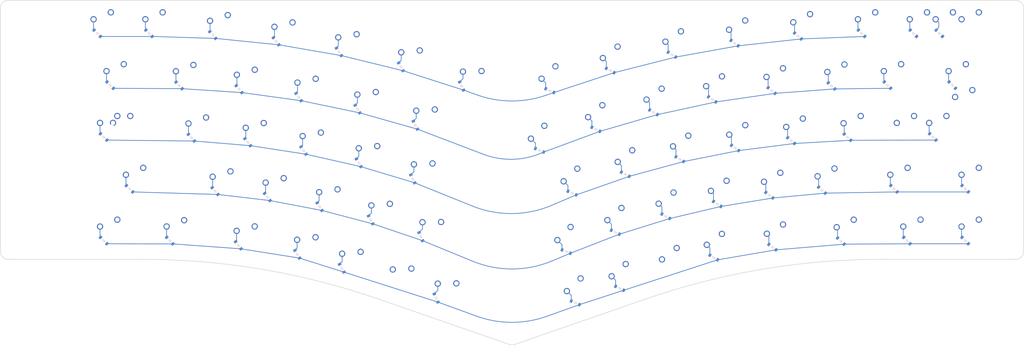
<source format=kicad_pcb>
(kicad_pcb (version 20221018) (generator pcbnew)
  (layers (0 "F.Cu" signal) (31 "B.Cu" signal) (34 "B.Paste" user) (35 "F.Paste" user) (36 "B.SilkS" user "B.Silkscreen") (37 "F.SilkS" user "F.Silkscreen") (38 "B.Mask" user) (39 "F.Mask" user) (44 "Edge.Cuts" user))
  (net 0 "")
  (net 1 "Net-(D1-A)")
  (net 2 "Net-(D2-A)")
  (net 3 "Net-(D3-A)")
  (net 4 "Net-(D4-A)")
  (net 5 "Net-(D5-A)")
  (net 6 "Net-(D6-A)")
  (net 7 "Net-(D7-A)")
  (net 8 "Net-(D8-A)")
  (net 9 "Net-(D9-A)")
  (net 10 "Net-(D10-A)")
  (net 11 "Net-(D11-A)")
  (net 12 "Net-(D12-A)")
  (net 13 "Net-(D13-A)")
  (net 14 "Net-(D14-A)")
  (net 15 "Net-(D16-A)")
  (net 16 "Net-(D17-A)")
  (net 17 "Net-(D18-A)")
  (net 18 "Net-(D19-A)")
  (net 19 "Net-(D20-A)")
  (net 20 "Net-(D21-A)")
  (net 21 "Net-(D22-A)")
  (net 22 "Net-(D23-A)")
  (net 23 "Net-(D24-A)")
  (net 24 "Net-(D25-A)")
  (net 25 "Net-(D26-A)")
  (net 26 "Net-(D27-A)")
  (net 27 "Net-(D28-A)")
  (net 28 "Net-(D29-A)")
  (net 29 "Net-(D30-A)")
  (net 30 "Net-(D31-A)")
  (net 31 "Net-(D32-A)")
  (net 32 "Net-(D33-A)")
  (net 33 "Net-(D34-A)")
  (net 34 "Net-(D35-A)")
  (net 35 "Net-(D36-A)")
  (net 36 "Net-(D37-A)")
  (net 37 "Net-(D38-A)")
  (net 38 "Net-(D39-A)")
  (net 39 "Net-(D40-A)")
  (net 40 "Net-(D41-A)")
  (net 41 "Net-(D42-A)")
  (net 42 "Net-(D43-A)")
  (net 43 "Net-(D45-A)")
  (net 44 "Net-(D47-A)")
  (net 45 "Net-(D48-A)")
  (net 46 "Net-(D49-A)")
  (net 47 "Net-(D50-A)")
  (net 48 "Net-(D51-A)")
  (net 49 "Net-(D52-A)")
  (net 50 "Net-(D53-A)")
  (net 51 "Net-(D54-A)")
  (net 52 "Net-(D55-A)")
  (net 53 "Net-(D56-A)")
  (net 54 "Net-(D57-A)")
  (net 55 "Net-(D58-A)")
  (net 56 "Net-(D59-A)")
  (net 57 "Net-(D60-A)")
  (net 58 "Net-(D61-A)")
  (net 59 "Net-(D62-A)")
  (net 60 "Net-(D63-A)")
  (net 61 "Net-(D64-A)")
  (net 62 "Net-(D65-A)")
  (net 63 "Net-(D67-A)")
  (net 64 "Net-(D68-A)")
  (net 65 "Net-(D69-A)")
  (net 66 "Net-(D71-A)")
  (net 67 "Net-(D72-A)")
  (net 68 "Net-(D73-A)")
  (net 69 "Net-(D74-A)")
  (net 70 "Net-(D75-A)")
  (net 72 "Net-(D1-K)")
  (net 73 "Net-(D16-K)")
  (net 74 "Net-(D30-K)")
  (net 75 "Net-(D47-K)")
  (net 76 "Net-(D61-K)")
  (net 82 "Net-(D70-A)")
  (net 83 "Net-(D66-A)")
  (net 84 "Net-(D46-A)")
  (net 85 "Net-(D44-A)")
  (net 86 "Net-(D15-A)")
  (footprint "marbastlib-mx:SW_MX_1u" (layer "F.Cu") (at 357.187499 85.725)
    (fp_text reference "MX75" hide)
    (fp_text value "MX_SW_solder" hide)
  )
  (footprint "marbastlib-mx:SW_MX_1u" (layer "F.Cu") (at 284.843737 68.769438 7)
    (fp_text reference "MX57" hide)
    (fp_text value "MX_SW_solder" hide)
  )
  (footprint "marbastlib-mx:SW_MX_1u" (layer "F.Cu") (at 328.612499 28.575)
    (fp_text reference "MX28" hide)
    (fp_text value "MX_SW_solder" hide)
  )
  (footprint "marbastlib-mx:SW_MX_1u" (layer "F.Cu") (at 134.805418 57.84853 -15)
    (fp_text reference "MX35" hide)
    (fp_text value "MX_SW_solder" hide)
  )
  (footprint "marbastlib-mx:SW_MX_1u" (layer "F.Cu") (at 225.884173 22.623873 16)
    (fp_text reference "MX9" hide)
    (fp_text value "MX_SW_solder" hide)
  )
  (footprint "marbastlib-mx:SW_MX_1u" (layer "F.Cu") (at 38.099999 9.525)
    (fp_text reference "MX1" hide)
    (fp_text value "MX_SW_solder" hide)
  )
  (footprint "marbastlib-mx:SW_MX_1u" (layer "F.Cu") (at 134.344252 38.053262 -14)
    (fp_text reference "MX20" hide)
    (fp_text value "MX_SW_solder" hide)
  )
  (footprint "marbastlib-mx:SW_MX_1u" (layer "F.Cu") (at 50.006249 66.675)
    (fp_text reference "MX47" hide)
    (fp_text value "MX_SW_solder" hide)
  )
  (footprint "marbastlib-mx:SW_MX_1u" (layer "F.Cu") (at 247.608085 96.656344 16)
    (fp_text reference "MX70" hide)
    (fp_text value "MX_SW_solder" hide)
  )
  (footprint "marbastlib-mx:SW_MX_1u" (layer "F.Cu") (at 229.165759 102.601905 19)
    (fp_text reference "MX69" hide)
    (fp_text value "MX_SW_solder" hide)
  )
  (footprint "marbastlib-mx:SW_MX_1u" (layer "F.Cu") (at 338.137499 9.525)
    (fp_text reference "MX29" hide)
    (fp_text value "MX_SW_solder" hide)
  )
  (footprint "marbastlib-mx:SW_MX_1u" (layer "F.Cu") (at 313.851123 47.670697 1)
    (fp_text reference "MX42" hide)
    (fp_text value "MX_SW_solder" hide)
  )
  (footprint "marbastlib-mx:SW_MX_1u" (layer "F.Cu") (at 272.151293 51.31896 9)
    (fp_text reference "MX40" hide)
    (fp_text value "MX_SW_solder" hide)
  )
  (footprint "marbastlib-mx:SW_MX_1u" (layer "F.Cu") (at 112.558962 33.422656 -10)
    (fp_text reference "MX19" hide)
    (fp_text value "MX_SW_solder" hide)
  )
  (footprint "marbastlib-mx:SW_MX_1u" (layer "F.Cu") (at 352.424999 28.575)
    (fp_text reference "MX45" hide)
    (fp_text value "MX_SW_solder" hide)
  )
  (footprint "marbastlib-mx:SW_MX_1u" (layer "F.Cu") (at 246.362583 76.249417 15)
    (fp_text reference "MX55" hide)
    (fp_text value "MX_SW_solder" hide)
  )
  (footprint "marbastlib-mx:SW_MX_1u" (layer "F.Cu") (at 335.756249 85.725)
    (fp_text reference "MX74" hide)
    (fp_text value "MX_SW_solder" hide)
  )
  (footprint "marbastlib-mx:SW_MX_1u" (layer "F.Cu") (at 127.452738 16.914116 -12)
    (fp_text reference "MX5" hide)
    (fp_text value "MX_SW_solder" hide)
  )
  (footprint "marbastlib-mx:SW_MX_1u" (layer "F.Cu") (at 330.993749 66.675)
    (fp_text reference "MX59" hide)
    (fp_text value "MX_SW_solder" hide)
  )
  (footprint "marbastlib-mx:SW_MX_1u" (layer "F.Cu") (at 295.500219 10.348686 4)
    (fp_text reference "MX12" hide)
    (fp_text value "MX_SW_solder" hide)
  )
  (footprint "marbastlib-mx:SW_MX_1u" (layer "F.Cu") (at 304.381749 67.060084 3)
    (fp_text reference "MX58" hide)
    (fp_text value "MX_SW_solder" hide)
  )
  (footprint "marbastlib-mx:SW_MX_1u" (layer "F.Cu") (at 347.662499 9.525)
    (fp_text reference "MX14" hide)
    (fp_text value "MX_SW_solder" hide)
  )
  (footprint "marbastlib-mx:SW_MX_1u" (layer "F.Cu") (at 45.243749 47.625)
    (fp_text reference "MX31" hide)
    (fp_text value "MX_SW_solder" hide)
  )
  (footprint "marbastlib-mx:SW_MX_1u" (layer "F.Cu") (at 357.187499 9.525)
    (fp_text reference "MX15" hide)
    (fp_text value "MX_SW_solder" hide)
  )
  (footprint "marbastlib-mx:SW_MX_1u" (layer "F.Cu") (at 128.629413 96.656344 -16)
    (fp_text reference "MX65" hide)
    (fp_text value "MX_SW_solder" hide)
  )
  (footprint "marbastlib-mx:SW_MX_1u" (layer "F.Cu") (at 147.071739 102.601905 -19)
    (fp_text reference "MX66" hide)
    (fp_text value "MX_SW_solder" hide)
  )
  (footprint "marbastlib-mx:SW_MX_1u" (layer "F.Cu") (at 157.846913 85.33807 -21)
    (fp_text reference "MX52" hide)
    (fp_text value "MX_SW_solder" hide)
  )
  (footprint "marbastlib-mx:SW_MX_1u" (layer "F.Cu") (at 42.862499 28.575)
    (fp_text reference "MX16" hide)
    (fp_text value "MX_SW_solder" hide)
  )
  (footprint "marbastlib-mx:SW_MX_1u" (layer "F.Cu") (at 90.303347 87.810189 -8)
    (fp_text reference "MX63" hide)
    (fp_text value "MX_SW_solder" hide)
  )
  (footprint "marbastlib-mx:SW_MX_1u" (layer "F.Cu") (at 251.593747 55.314942 13)
    (fp_text reference "MX39" hide)
    (fp_text value "MX_SW_solder" hide)
  )
  (footprint "marbastlib-mx:SW_MX_1u" (layer "F.Cu") (at 150.353325 22.623873 -16)
    (fp_text reference "MX6" hide)
    (fp_text value "MX_SW_solder" hide)
  )
  (footprint "marbastlib-mx:SW_MX_1u" (layer "F.Cu") (at 57.149999 9.525)
    (fp_text reference "MX2" hide)
    (fp_text value "MX_SW_solder" hide)
  )
  (footprint "marbastlib-mx:SW_MX_1u" (layer "F.Cu") (at 264.036943 91.431788 14)
    (fp_text reference "MX71" hide)
    (fp_text value "MX_SW_solder" hide)
  )
  (footprint "marbastlib-mx:SW_MX_1u" (layer "F.Cu") (at 220.484039 44.192254 18)
    (fp_text reference "MX23" hide)
    (fp_text value "MX_SW_solder" hide)
  )
  (footprint "marbastlib-mx:SW_MX_1u" (layer "F.Cu") (at 333.374999 47.625)
    (fp_text reference "MX44" hide)
    (fp_text value "MX_SW_solder" hide)
  )
  (footprint "marbastlib-mx:SW_MX_1u" (layer "F.Cu") (at 311.373892 85.834703 2)
    (fp_text reference "MX73" hide)
    (fp_text value "MX_SW_solder" hide)
  )
  (footprint "marbastlib-mx:SW_MX_1u" (layer "F.Cu") (at 248.78476 16.914116 12)
    (fp_text reference "MX10" hide)
    (fp_text value "MX_SW_solder" hide)
  )
  (footprint "marbastlib-mx:SW_MX_1u" (layer "F.Cu") (at 112.200555 91.431788 -14)
    (fp_text reference "MX64" hide)
    (fp_text value "MX_SW_solder" hide)
  )
  (footprint "marbastlib-mx:SW_MX_1u" (layer "F.Cu") (at 231.365024 60.735212 17)
    (fp_text reference "MX38" hide)
    (fp_text value "MX_SW_solder" hide)
  )
  (footprint "marbastlib-mx:SW_MX_1u" (layer "F.Cu") (at 357.187499 66.675)
    (fp_text reference "MX60" hide)
    (fp_text value "MX_SW_solder" hide)
  )
  (footprint "marbastlib-mx:SW_MX_1u" (layer "F.Cu") (at 154.832654 63.97147 -19)
    (fp_text reference "MX36" hide)
    (fp_text value "MX_SW_solder" hide)
  )
  (footprint "marbastlib-mx:SW_MX_1u" (layer "F.Cu") (at 68.285992 28.769379 -2)
    (fp_text reference "MX17" hide)
    (fp_text value "MX_SW_solder" hide)
  )
  (footprint "marbastlib-mx:SW_MX_1u" (layer "F.Cu") (at 81.639673 67.744242 -5)
    (fp_text reference "MX48" hide)
    (fp_text value "MX_SW_solder" hide)
  )
  (footprint "marbastlib-mx:SW_MX_1u" (layer "F.Cu") (at 272.027855 12.815731 8)
    (fp_text reference "MX11" hide)
    (fp_text value "MX_SW_solder" hide)
  )
  (footprint "marbastlib-mx:SW_MX_1u" (layer "F.Cu") (at 120.358433 73.876691 -13)
    (fp_text reference "MX50" hide)
    (fp_text value "MX_SW_solder" hide)
  )
  (footprint "marbastlib-mx:SW_MX_1u" (layer "F.Cu") (at 90.503725 30.322995 -6)
    (fp_text reference "MX18" hide)
    (fp_text value "MX_SW_solder" hide)
  )
  (footprint "marbastlib-mx:SW_MX_1u" (layer "F.Cu") (at 100.972052 70.072363 -8)
    (fp_text reference "MX49" hide)
    (fp_text value "MX_SW_solder" hide)
  )
  (footprint "marbastlib-mx:SW_MX_1u" (layer "F.Cu") (at 285.733773 30.322995 6)
    (fp_text reference "MX26" hide)
    (fp_text value "MX_SW_solder" hide)
  )
  (footprint "marbastlib-mx:SW_MX_1u" (layer "F.Cu") (at 345.281249 47.625)
    (fp_text reference "MX43" hide)
    (fp_text value "MX_SW_solder" hide)
  )
  (footprint "marbastlib-mx:SW_MX_1u" (layer "F.Cu") (at 155.753459 44.192254 -18)
    (fp_text reference "MX21" hide)
    (fp_text value "MX_SW_solder" hide)
  )
  (footprint "marbastlib-mx:SW_MX_1u" (layer "F.Cu") (at 212.768199 107.901614 21)
    (fp_text reference "MX68" hide)
    (fp_text value "MX_SW_solder" hide)
  )
  (footprint "marbastlib-mx:SW_MX_1u" (layer "F.Cu") (at 199.555218 51.809722 22)
    (fp_text reference "MX22" hide)
    (fp_text value "MX_SW_solder" hide)
  )
  (footprint "marbastlib-mx:SW_MX_1u" (layer "F.Cu") (at 64.863606 85.834703 -2)
    (fp_text reference "MX62" hide)
    (fp_text value "MX_SW_solder" hide)
  )
  (footprint "marbastlib-mx:SW_MX_1u" (layer "F.Cu") (at 40.481249 85.725)
    (fp_text reference "MX61" hide)
    (fp_text value "MX_SW_solder" hide)
  )
  (footprint "marbastlib-mx:SW_MX_1u" (layer "F.Cu") (at 139.302793 78.952817 -17)
    (fp_text reference "MX51" hide)
    (fp_text value "MX_SW_solder" hide)
  )
  (footprint "marbastlib-mx:SW_MX_1u" (layer "F.Cu") (at 203.437663 29.917186 20)
    (fp_text reference "MX8" hide)
    (fp_text value "MX_SW_solder" hide)
  )
  (footprint "marbastlib-mx:SW_MX_1u" (layer "F.Cu") (at 263.678536 33.422656 10)
    (fp_text reference "MX25" hide)
    (fp_text value "MX_SW_solder" hide)
  )
  (footprint "marbastlib-mx:SW_MX_1u" (layer "F.Cu") (at 211.563675 67.553363 21)
    (fp_text reference "MX37" hide)
    (fp_text value "MX_SW_solder" hide)
  )
  (footprint "marbastlib-mx:SW_MX_1u" (layer "F.Cu") (at 307.951506 28.769379 2)
    (fp_text reference "MX27" hide)
    (fp_text value "MX_SW_solder" hide)
  )
  (footprint "marbastlib-mx:SW_MX_1u" (layer "F.Cu") (at 265.472556 71.837532 11)
    (fp_text reference "MX56" hide)
    (fp_text value "MX_SW_solder" hide)
  )
  (footprint "marbastlib-mx:SW_MX_1u" (layer "F.Cu") (at 163.469299 107.901614 -21)
    (fp_text reference "MX67" hide)
    (fp_text value "MX_SW_solder" hide)
  )
  (footprint "marbastlib-mx:SW_MX_1u" (layer "F.Cu") (at 40.481249 47.625)
    (fp_text reference "MX30" hide)
    (fp_text value "MX_SW_solder" hide)
  )
  (footprint "marbastlib-mx:SW_MX_1u" (layer "F.Cu") (at 209.296936 89.012142 23)
    (fp_text reference "MX53" hide)
    (fp_text value "MX_SW_solder" hide)
  )
  (footprint "marbastlib-mx:SW_MX_1u" (layer "F.Cu") (at 80.737279 10.348686 -4)
    (fp_text reference "MX3" hide)
    (fp_text value "MX_SW_solder" hide)
  )
  (footprint "marbastlib-mx:SW_MX_1u" (layer "F.Cu") (at 354.806249 38.1)
    (fp_text reference "MX46" hide)
    (fp_text value "MX_SW_solder" hide)
  )
  (footprint "marbastlib-mx:SW_MX_1u" (layer "F.Cu") (at 72.852748 48.036191 -3)
    (fp_text reference "MX32" hide)
    (fp_text value "MX_SW_solder" hide)
  )
  (footprint "marbastlib-mx:SW_MX_1u" (layer "F.Cu") (at 292.937508 48.766733 5)
    (fp_text reference "MX41" hide)
    (fp_text value "MX_SW_solder" hide)
  )
  (footprint "marbastlib-mx:SW_MX_1u" (layer "F.Cu") (at 114.399853 53.137534 -11)
    (fp_text reference "MX34" hide)
    (fp_text value "MX_SW_solder" hide)
  )
  (footprint "marbastlib-mx:SW_MX_1u" (layer "F.Cu") (at 285.934151 87.810189 8)
    (fp_text reference "MX72" hide)
    (fp_text value "MX_SW_solder" hide)
  )
  (footprint "marbastlib-mx:SW_MX_1u" (layer "F.Cu") (at 172.799835 29.917186 -20)
    (fp_text reference "MX7" hide)
    (fp_text value "MX_SW_solder" hide)
  )
  (footprint "marbastlib-mx:SW_MX_1u" (layer "F.Cu") (at 93.715372 49.861434 -7)
    (fp_text reference "MX33" hide)
    (fp_text value "MX_SW_solder" hide)
  )
  (footprint "marbastlib-mx:SW_MX_1u" (layer "F.Cu") (at 241.893246 38.053262 14)
    (fp_text reference "MX24" hide)
    (fp_text value "MX_SW_solder" hide)
  )
  (footprint "marbastlib-mx:SW_MX_1u" (layer "F.Cu") (at 104.209643 12.815731 -8)
    (fp_text reference "MX4" hide)
    (fp_text value "MX_SW_solder" hide)
  )
  (footprint "marbastlib-mx:SW_MX_1u" (layer "F.Cu") (at 319.087499 9.525)
    (fp_text reference "MX13" hide)
    (fp_text value "MX_SW_solder" hide)
  )
  (footprint "marbastlib-mx:SW_MX_1u" (layer "F.Cu") (at 227.606917 81.983599 19)
    (fp_text reference "MX54" hide)
    (fp_text value "MX_SW_solder" hide)
  )
  (footprint "shoonies_parts:D_SOD-123_CLEAN" (layer "B.Cu") (at 98.103273 72.234144 -53)
    (fp_text reference "D49" hide)
    (fp_text value "D_Small")
  )
  (footprint "shoonies_parts:D_SOD-123_CLEAN" (layer "B.Cu") (at 136.131156 80.639208 -62)
    (fp_text reference "D51" hide)
    (fp_text value "D_Small")
  )
  (footprint "shoonies_parts:D_SOD-123_CLEAN" (layer "B.Cu") (at 35.56 12.065 -45)
    (fp_text reference "D1" hide)
    (fp_text value "D_Small")
  )
  (footprint "shoonies_parts:D_SOD-123_CLEAN" (layer "B.Cu") (at 207.951312 92.342681 -22)
    (fp_text reference "D53" hide)
    (fp_text value "D_Small")
  )
  (footprint "shoonies_parts:D_SOD-123_CLEAN" (layer "B.Cu") (at 229.678635 63.90685 -28)
    (fp_text reference "D38" hide)
    (fp_text value "D_Small")
  )
  (footprint "shoonies_parts:D_SOD-123_CLEAN" (layer "B.Cu") (at 87.434567 89.971971 -53)
    (fp_text reference "D63" hide)
    (fp_text value "D_Small")
  )
  (footprint "shoonies_parts:D_SOD-123_CLEAN" (layer "B.Cu") (at 328.45375 69.215 -45)
    (fp_text reference "D59" hide)
    (fp_text value "D_Small")
  )
  (footprint "shoonies_parts:D_SOD-123_CLEAN" (layer "B.Cu") (at 342.74125 50.165 -45)
    (fp_text reference "D43" hide)
    (fp_text value "D_Small")
  )
  (footprint "shoonies_parts:D_SOD-123_CLEAN" (layer "B.Cu") (at 54.61 12.065 -45)
    (fp_text reference "D2" hide)
    (fp_text value "D_Small")
  )
  (footprint "shoonies_parts:D_SOD-123_CLEAN" (layer "B.Cu") (at 117.312159 75.780216 -58)
    (fp_text reference "D50" hide)
    (fp_text value "D_Small")
  )
  (footprint "shoonies_parts:D_SOD-123_CLEAN" (layer "B.Cu") (at 293.143589 13.05968 -41)
    (fp_text reference "D12" hide)
    (fp_text value "D_Small")
  )
  (footprint "shoonies_parts:D_SOD-123_CLEAN" (layer "B.Cu") (at 109.121524 93.281858 -59)
    (fp_text reference "D64" hide)
    (fp_text value "D_Small")
  )
  (footprint "shoonies_parts:D_SOD-123_CLEAN" (layer "B.Cu") (at 109.616485 35.483002 -55)
    (fp_text reference "D19" hide)
    (fp_text value "D_Small")
  )
  (footprint "shoonies_parts:D_SOD-123_CLEAN" (layer "B.Cu") (at 37.94125 50.165 -45)
    (fp_text reference "D30" hide)
    (fp_text value "D_Small")
  )
  (footprint "shoonies_parts:D_SOD-123_CLEAN" (layer "B.Cu") (at 240.043178 41.132295 -31)
    (fp_text reference "D24" hide)
    (fp_text value "D_Small")
  )
  (footprint "shoonies_parts:D_SOD-123_CLEAN" (layer "B.Cu") (at 62.23651 88.284511 -47)
    (fp_text reference "D62" hide)
    (fp_text value "D_Small")
  )
  (footprint "shoonies_parts:D_SOD-123_CLEAN" (layer "B.Cu") (at 160.187751 109.362654 -66)
    (fp_text reference "D67" hide)
    (fp_text value "D_Small")
  )
  (footprint "shoonies_parts:D_SOD-123_CLEAN" (layer "B.Cu") (at 305.501699 31.396477 -43)
    (fp_text reference "D27" hide)
    (fp_text value "D_Small")
  )
  (footprint "shoonies_parts:D_SOD-123_CLEAN" (layer "B.Cu") (at 354.6475 69.215 -45)
    (fp_text reference "D60" hide)
    (fp_text value "D_Small")
  )
  (footprint "shoonies_parts:D_SOD-123_CLEAN" (layer "B.Cu") (at 70.183297 50.439777 -48)
    (fp_text reference "D32" hide)
    (fp_text value "D_Small")
  )
  (footprint "shoonies_parts:D_SOD-123_CLEAN" (layer "B.Cu") (at 335.5975 12.065 -45)
    (fp_text reference "D29" hide)
    (fp_text value "D_Small")
  )
  (footprint "shoonies_parts:D_SOD-123_CLEAN" (layer "B.Cu") (at 345.1225 12.065 -45)
    (fp_text reference "D14" hide)
    (fp_text value "D_Small")
  )
  (footprint "shoonies_parts:D_SOD-123_CLEAN" (layer "B.Cu") (at 78.887964 70.053201 -50)
    (fp_text reference "D48" hide)
    (fp_text value "D_Small")
  )
  (footprint "shoonies_parts:D_SOD-123_CLEAN" (layer "B.Cu") (at 78.026286 12.705317 -49)
    (fp_text reference "D3" hide)
    (fp_text value "D_Small")
  )
  (footprint "shoonies_parts:D_SOD-123_CLEAN" (layer "B.Cu") (at 333.21625 88.265 -45)
    (fp_text reference "D74" hide)
    (fp_text value "D_Small")
  )
  (footprint "shoonies_parts:D_SOD-123_CLEAN" (layer "B.Cu") (at 169.544286 31.435275 -65)
    (fp_text reference "D7" hide)
    (fp_text value "D_Small")
  )
  (footprint "shoonies_parts:D_SOD-123_CLEAN" (layer "B.Cu") (at 246.828361 19.926706 -33)
    (fp_text reference "D10" hide)
    (fp_text value "D_Small")
  )
  (footprint "shoonies_parts:D_SOD-123_CLEAN" (layer "B.Cu") (at 125.487691 98.39783 -61)
    (fp_text reference "D65" hide)
    (fp_text value "D_Small")
  )
  (footprint "shoonies_parts:D_SOD-123_CLEAN" (layer "B.Cu") (at 154.565365 86.79911 -66)
    (fp_text reference "D52" hide)
    (fp_text value "D_Small")
  )
  (footprint "shoonies_parts:D_SOD-123_CLEAN" (layer "B.Cu") (at 316.5475 12.065 -45)
    (fp_text reference "D13" hide)
    (fp_text value "D_Small")
  )
  (footprint "shoonies_parts:D_SOD-123_CLEAN" (layer "B.Cu") (at 101.340864 14.977512 -53)
    (fp_text reference "D4" hide)
    (fp_text value "D_Small")
  )
  (footprint "shoonies_parts:D_SOD-123_CLEAN" (layer "B.Cu") (at 244.566532 79.360269 -30)
    (fp_text reference "D55" hide)
    (fp_text value "D_Small")
  )
  (footprint "shoonies_parts:D_SOD-123_CLEAN" (layer "B.Cu") (at 211.30716 111.183162 -24)
    (fp_text reference "D68" hide)
    (fp_text value "D_Small")
  )
  (footprint "shoonies_parts:D_SOD-123_CLEAN" (layer "B.Cu") (at 354.6475 88.265 -45)
    (fp_text reference "D75" hide)
    (fp_text value "D_Small")
  )
  (footprint "shoonies_parts:D_SOD-123_CLEAN" (layer "B.Cu") (at 87.712138 32.583578 -51)
    (fp_text reference "D18" hide)
    (fp_text value "D_Small")
  )
  (footprint "shoonies_parts:D_SOD-123_CLEAN" (layer "B.Cu") (at 147.211603 24.365359 -61)
    (fp_text reference "D6" hide)
    (fp_text value "D_Small")
  )
  (footprint "shoonies_parts:D_SOD-123_CLEAN" (layer "B.Cu") (at 270.039909 54.225031 -36)
    (fp_text reference "D40" hide)
    (fp_text value "D_Small")
  )
  (footprint "shoonies_parts:D_SOD-123_CLEAN" (layer "B.Cu") (at 301.978165 69.729536 -42)
    (fp_text reference "D58" hide)
    (fp_text value "D_Small")
  )
  (footprint "shoonies_parts:D_SOD-123_CLEAN" (layer "B.Cu") (at 311.35584 50.254639 -44)
    (fp_text reference "D42" hide)
    (fp_text value "D_Small")
  )
  (footprint "shoonies_parts:D_SOD-123_CLEAN" (layer "B.Cu") (at 269.866074 15.684511 -37)
    (fp_text reference "D11" hide)
    (fp_text value "D_Small")
  )
  (footprint "shoonies_parts:D_SOD-123_CLEAN" (layer "B.Cu") (at 198.151672 55.116269 -23)
    (fp_text reference "D22" hide)
    (fp_text value "D_Small")
  )
  (footprint "shoonies_parts:D_SOD-123_CLEAN" (layer "B.Cu") (at 131.26522 39.903332 -59)
    (fp_text reference "D20" hide)
    (fp_text value "D_Small")
  )
  (footprint "shoonies_parts:D_SOD-123_CLEAN" (layer "B.Cu") (at 308.924085 88.4618 -43)
    (fp_text reference "D73" hide)
    (fp_text value "D_Small")
  )
  (footprint "shoonies_parts:D_SOD-123_CLEAN" (layer "B.Cu") (at 152.552873 45.823035 -63)
    (fp_text reference "D21" hide)
    (fp_text value "D_Small")
  )
  (footprint "shoonies_parts:D_SOD-123_CLEAN" (layer "B.Cu") (at 47.46625 69.215 -45)
    (fp_text reference "D47" hide)
    (fp_text value "D_Small")
  )
  (footprint "shoonies_parts:D_SOD-123_CLEAN" (layer "B.Cu") (at 263.463879 74.815519 -34)
    (fp_text reference "D56" hide)
    (fp_text value "D_Small")
  )
  (footprint "shoonies_parts:D_SOD-123_CLEAN" (layer "B.Cu") (at 227.591086 105.830465 -26)
    (fp_text reference "D69" hide)
    (fp_text value "D_Small")
  )
  (footprint "shoonies_parts:D_SOD-123_CLEAN" (layer "B.Cu") (at 90.884758 52.072953 -52)
    (fp_text reference "D33" hide)
    (fp_text value "D_Small")
  )
  (footprint "shoonies_parts:D_SOD-123_CLEAN" (layer "B.Cu") (at 201.919576 33.172737 -25)
    (fp_text reference "D8" hide)
    (fp_text value "D_Small")
  )
  (footprint "shoonies_parts:D_SOD-123_CLEAN" (layer "B.Cu") (at 131.694567 59.644581 -60)
    (fp_text reference "D35" hide)
    (fp_text value "D_Small")
  )
  (footprint "shoonies_parts:D_SOD-123_CLEAN" (layer "B.Cu") (at 40.3225 31.115 -45)
    (fp_text reference "D16" hide)
    (fp_text value "D_Small")
  )
  (footprint "shoonies_parts:D_SOD-123_CLEAN" (layer "B.Cu") (at 224.142688 25.765597 -29)
    (fp_text reference "D9" hide)
    (fp_text value "D_Small")
  )
  (footprint "shoonies_parts:D_SOD-123_CLEAN" (layer "B.Cu") (at 261.618192 36.365134 -35)
    (fp_text reference "D25" hide)
    (fp_text value "D_Small")
  )
  (footprint "shoonies_parts:D_SOD-123_CLEAN" (layer "B.Cu") (at 111.421866 55.146212 -56)
    (fp_text reference "D34" hide)
    (fp_text value "D_Small")
  )
  (footprint "shoonies_parts:D_SOD-123_CLEAN" (layer "B.Cu") (at 226.032244 85.212159 -26)
    (fp_text reference "D54" hide)
    (fp_text value "D_Small")
  )
  (footprint "shoonies_parts:D_SOD-123_CLEAN" (layer "B.Cu") (at 249.690224 58.361217 -32)
    (fp_text reference "D39" hide)
    (fp_text value "D_Small")
  )
  (footprint "shoonies_parts:D_SOD-123_CLEAN" (layer "B.Cu") (at 283.473191 33.114583 -39)
    (fp_text reference "D26" hide)
    (fp_text value "D_Small")
  )
  (footprint "shoonies_parts:D_SOD-123_CLEAN" (layer "B.Cu") (at 283.772371 90.67897 -37)
    (fp_text reference "D72" hide)
    (fp_text value "D_Small")
  )
  (footprint "shoonies_parts:D_SOD-123_CLEAN" (layer "B.Cu") (at 65.658896 31.219187 -47)
    (fp_text reference "D17" hide)
    (fp_text value "D_Small")
  )
  (footprint "shoonies_parts:D_SOD-123_CLEAN" (layer "B.Cu") (at 349.885 31.115 -45)
    (fp_text reference "D45" hide)
    (fp_text value "D_Small")
  )
  (footprint "shoonies_parts:D_SOD-123_CLEAN" (layer "B.Cu") (at 290.62855 51.518443 -40)
    (fp_text reference "D41" hide)
    (fp_text value "D_Small")
  )
  (footprint "shoonies_parts:D_SOD-123_CLEAN" (layer "B.Cu") (at 262.186874 94.51082 -31)
    (fp_text reference "D71" hide)
    (fp_text value "D_Small")
  )
  (footprint "shoonies_parts:D_SOD-123_CLEAN" (layer "B.Cu") (at 37.94125 88.265 -45)
    (fp_text reference "D61" hide)
    (fp_text value "D_Small")
  )
  (footprint "shoonies_parts:D_SOD-123_CLEAN" (layer "B.Cu") (at 151.604095 65.546145 -64)
    (fp_text reference "D36" hide)
    (fp_text value "D_Small")
  )
  (footprint "shoonies_parts:D_SOD-123_CLEAN" (layer "B.Cu") (at 326.0725 31.115 -45)
    (fp_text reference "D28" hide)
    (fp_text value "D_Small")
  )
  (footprint "shoonies_parts:D_SOD-123_CLEAN" (layer "B.Cu") (at 218.853259 47.39284 -27)
    (fp_text reference "D23" hide)
    (fp_text value "D_Small")
  )
  (footprint "shoonies_parts:D_SOD-123_CLEAN" (layer "B.Cu") (at 124.440149 18.870515 -57)
    (fp_text reference "D5" hide)
    (fp_text value "D_Small")
  )
  (footprint "shoonies_parts:D_SOD-123_CLEAN" (layer "B.Cu") (at 282.632219 71.600053 -38)
    (fp_text reference "D57" hide)
    (fp_text value "D_Small")
  )
  (footprint "shoonies_parts:D_SOD-123_CLEAN" (layer "B.Cu") (at 210.102637 70.834911 -24)
    (fp_text reference "D37" hide)
    (fp_text value "D_Small")
  )
  (gr_line locked (start 2.999999 95.249999) (end 52.387499 95.25) (stroke (width 0.2)) (layer "Edge.Cuts"))
  (gr_arc locked (start 237.143566 109.855749) (mid 279.885998 98.926978) (end 323.849999 95.25) (stroke (width 0.2)) (layer "Edge.Cuts"))
  (gr_line locked (start 0 2.999999) (end 0 92.25) (stroke (width 0.2)) (layer "Edge.Cuts"))
  (gr_arc locked (start 373.237498 0) (mid 375.358819 0.878679) (end 376.237499 3) (stroke (width 0.2)) (layer "Edge.Cuts"))
  (gr_line locked (start 323.849999 95.25) (end 373.237499 95.249999) (stroke (width 0.2)) (layer "Edge.Cuts"))
  (gr_arc locked (start 376.237499 92.25) (mid 375.358819 94.371319) (end 373.237499 95.249999) (stroke (width 0.2)) (layer "Edge.Cuts"))
  (gr_line locked (start 376.237499 92.25) (end 376.237499 3) (stroke (width 0.2)) (layer "Edge.Cuts"))
  (gr_arc locked (start 52.387499 95.25) (mid 96.3515 98.926979) (end 139.093933 109.85575) (stroke (width 0.2)) (layer "Edge.Cuts"))
  (gr_arc locked (start 189.101565 126.513839) (mid 188.118749 126.679395) (end 187.135933 126.513839) (stroke (width 0.2)) (layer "Edge.Cuts"))
  (gr_line locked (start 189.101565 126.513839) (end 237.143566 109.855749) (stroke (width 0.2)) (layer "Edge.Cuts"))
  (gr_line locked (start 373.237498 0) (end 3 0) (stroke (width 0.2)) (layer "Edge.Cuts"))
  (gr_line locked (start 139.093933 109.85575) (end 187.135933 126.513839) (stroke (width 0.2)) (layer "Edge.Cuts"))
  (gr_arc locked (start 2.999999 95.249999) (mid 0.87868 94.371319) (end 0 92.25) (stroke (width 0.2)) (layer "Edge.Cuts"))
  (gr_arc locked (start 0 2.999999) (mid 0.87868 0.87868) (end 3 0) (stroke (width 0.2)) (layer "Edge.Cuts"))
  (segment (start 34.289999 6.985) (end 34.289999 10.794999) (width 0.25) (layer "B.Cu") (net 1))
  (segment (start 53.339999 6.985) (end 53.339999 10.794999) (width 0.25) (layer "B.Cu") (net 2))
  (segment (start 77.113741 7.549101) (end 77.113741 11.431171) (width 0.25) (layer "B.Cu") (net 3))
  (segment (start 100.790221 13.357457) (end 100.408051 13.739627) (width 0.25) (layer "B.Cu") (net 4))
  (segment (start 100.790221 9.770201) (end 100.790221 13.357457) (width 0.25) (layer "B.Cu") (net 4))
  (segment (start 124.254091 16.912443) (end 123.595958 17.570576) (width 0.25) (layer "B.Cu") (net 5))
  (segment (start 124.254091 13.637478) (end 124.254091 16.912443) (width 0.25) (layer "B.Cu") (net 5))
  (segment (start 147.391037 22.078809) (end 146.460148 23.009698) (width 0.25) (layer "B.Cu") (net 6))
  (segment (start 147.391037 19.13209) (end 147.391037 22.078809) (width 0.25) (layer "B.Cu") (net 6))
  (segment (start 170.088337 28.831389) (end 168.889228 30.030498) (width 0.25) (layer "B.Cu") (net 7))
  (segment (start 170.088337 26.22727) (end 170.088337 28.831389) (width 0.25) (layer "B.Cu") (net 7))
  (segment (start 200.514799 30.359559) (end 200.514799 32.517679) (width 0.25) (layer "B.Cu") (net 8))
  (segment (start 198.988703 28.833463) (end 200.514799 30.359559) (width 0.25) (layer "B.Cu") (net 8))
  (segment (start 222.787027 22.497827) (end 222.787027 25.014142) (width 0.25) (layer "B.Cu") (net 9))
  (segment (start 221.521647 21.232447) (end 222.787027 22.497827) (width 0.25) (layer "B.Cu") (net 9))
  (segment (start 245.528422 16.220265) (end 245.528422 19.082515) (width 0.25) (layer "B.Cu") (net 10))
  (segment (start 244.529922 15.221765) (end 245.528422 16.220265) (width 0.25) (layer "B.Cu") (net 10))
  (segment (start 267.901434 10.8307) (end 268.628189 11.557455) (width 0.25) (layer "B.Cu") (net 11))
  (segment (start 268.628189 11.557455) (end 268.628189 14.751698) (width 0.25) (layer "B.Cu") (net 11))
  (segment (start 291.973789 8.532115) (end 291.973789 12.042789) (width 0.25) (layer "B.Cu") (net 12))
  (segment (start 315.277499 6.985) (end 315.277499 10.794999) (width 0.25) (layer "B.Cu") (net 13))
  (segment (start 345.002499 9.992969) (end 344.026484 10.968984) (width 0.25) (layer "B.Cu") (net 14))
  (segment (start 345.002499 8.135) (end 345.002499 9.992969) (width 0.25) (layer "B.Cu") (net 14))
  (segment (start 343.852499 6.985) (end 345.002499 8.135) (width 0.25) (layer "B.Cu") (net 14))
  (segment (start 39.052499 26.035) (end 39.052499 29.844999) (width 0.25) (layer "B.Cu") (net 15))
  (segment (start 64.566958 26.097959) (end 64.566958 30.050748) (width 0.25) (layer "B.Cu") (net 16))
  (segment (start 86.980099 27.398656) (end 86.980099 31.135594) (width 0.25) (layer "B.Cu") (net 17))
  (segment (start 109.247911 30.259645) (end 109.247911 33.692847) (width 0.25) (layer "B.Cu") (net 18))
  (segment (start 109.247911 33.692847) (end 108.727442 34.213316) (width 0.25) (layer "B.Cu") (net 18))
  (segment (start 131.261907 37.779727) (end 130.466911 38.574723) (width 0.25) (layer "B.Cu") (net 19))
  (segment (start 131.261907 34.666988) (end 131.261907 37.779727) (width 0.25) (layer "B.Cu") (net 19))
  (segment (start 152.914837 43.376326) (end 151.849188 44.441975) (width 0.25) (layer "B.Cu") (net 20))
  (segment (start 152.914837 40.599216) (end 152.914837 43.376326) (width 0.25) (layer "B.Cu") (net 20))
  (segment (start 195.071147 50.881926) (end 196.724889 52.535668) (width 0.25) (layer "B.Cu") (net 21))
  (segment (start 196.724889 52.535668) (end 196.724889 54.510636) (width 0.25) (layer "B.Cu") (net 21))
  (segment (start 216.075611 42.953925) (end 217.472199 44.350513) (width 0.25) (layer "B.Cu") (net 22))
  (segment (start 217.472199 44.350513) (end 217.472199 46.689155) (width 0.25) (layer "B.Cu") (net 22))
  (segment (start 238.714569 37.643064) (end 238.714569 40.333986) (width 0.25) (layer "B.Cu") (net 23))
  (segment (start 237.581938 36.510433) (end 238.714569 37.643064) (width 0.25) (layer "B.Cu") (net 23))
  (segment (start 260.348506 32.445998) (end 260.348506 35.476091) (width 0.25) (layer "B.Cu") (net 24))
  (segment (start 259.485352 31.582844) (end 260.348506 32.445998) (width 0.25) (layer "B.Cu") (net 24))
  (segment (start 282.268615 28.784636) (end 282.268615 32.139136) (width 0.25) (layer "B.Cu") (net 25))
  (segment (start 304.368101 26.676812) (end 304.368101 30.33938) (width 0.25) (layer "B.Cu") (net 26))
  (segment (start 324.802499 26.035) (end 324.802499 29.844999) (width 0.25) (layer "B.Cu") (net 27))
  (segment (start 334.327499 6.985) (end 334.327499 10.794999) (width 0.25) (layer "B.Cu") (net 28))
  (segment (start 36.671249 45.085) (end 36.671249 48.894999) (width 0.25) (layer "B.Cu") (net 29))
  (segment (start 69.180903 45.300272) (end 69.180903 49.253145) (width 0.25) (layer "B.Cu") (net 31))
  (segment (start 90.243319 46.876045) (end 90.243319 50.5387) (width 0.25) (layer "B.Cu") (net 32))
  (segment (start 111.144508 53.271813) (end 110.555117 53.861204) (width 0.25) (layer "B.Cu") (net 33))
  (segment (start 111.144508 49.917219) (end 111.144508 53.271813) (width 0.25) (layer "B.Cu") (net 33))
  (segment (start 131.782641 54.408978) (end 131.782641 57.439168) (width 0.25) (layer "B.Cu") (net 34))
  (segment (start 131.782641 57.439168) (end 130.919567 58.302242) (width 0.25) (layer "B.Cu") (net 34))
  (segment (start 152.057171 63.020463) (end 150.92462 64.153014) (width 0.25) (layer "B.Cu") (net 35))
  (segment (start 152.057171 60.329438) (end 152.057171 63.020463) (width 0.25) (layer "B.Cu") (net 35))
  (segment (start 207.096479 66.547451) (end 208.686642 68.137614) (width 0.25) (layer "B.Cu") (net 36))
  (segment (start 208.686642 68.137614) (end 208.686642 70.204469) (width 0.25) (layer "B.Cu") (net 36))
  (segment (start 226.978879 59.420134) (end 228.310066 60.751321) (width 0.25) (layer "B.Cu") (net 37))
  (segment (start 228.310066 60.751321) (end 228.310066 63.179169) (width 0.25) (layer "B.Cu") (net 37))
  (segment (start 247.310021 53.697106) (end 248.375749 54.762834) (width 0.25) (layer "B.Cu") (net 38))
  (segment (start 248.375749 54.762834) (end 248.375749 57.539842) (width 0.25) (layer "B.Cu") (net 38))
  (segment (start 268.785933 50.201323) (end 268.785933 53.313964) (width 0.25) (layer "B.Cu") (net 39))
  (segment (start 267.990857 49.406247) (end 268.785933 50.201323) (width 0.25) (layer "B.Cu") (net 39))
  (segment (start 289.441181 47.089012) (end 289.441181 50.522122) (width 0.25) (layer "B.Cu") (net 40))
  (segment (start 310.240863 45.441067) (end 310.240863 49.177919) (width 0.25) (layer "B.Cu") (net 41))
  (segment (start 341.471249 45.085) (end 341.471249 48.894999) (width 0.25) (layer "B.Cu") (net 42))
  (segment (start 348.614999 26.035) (end 348.614999 29.844999) (width 0.25) (layer "B.Cu") (net 43))
  (segment (start 46.196249 64.135) (end 46.196249 67.944999) (width 0.25) (layer "B.Cu") (net 44))
  (segment (start 78.065547 64.881844) (end 78.065547 68.691928) (width 0.25) (layer "B.Cu") (net 45))
  (segment (start 97.55263 67.026833) (end 97.55263 70.614089) (width 0.25) (layer "B.Cu") (net 46))
  (segment (start 97.55263 70.614089) (end 97.17046 70.996259) (width 0.25) (layer "B.Cu") (net 46))
  (segment (start 117.217459 73.739066) (end 116.490784 74.465741) (width 0.25) (layer "B.Cu") (net 47))
  (segment (start 117.217459 70.544728) (end 117.217459 73.739066) (width 0.25) (layer "B.Cu") (net 47))
  (segment (start 136.401896 78.272218) (end 135.403475 79.270639) (width 0.25) (layer "B.Cu") (net 48))
  (segment (start 136.401896 75.409867) (end 136.401896 78.272218) (width 0.25) (layer "B.Cu") (net 48))
  (segment (start 155.200226 81.601394) (end 155.200226 84.117812) (width 0.25) (layer "B.Cu") (net 49))
  (segment (start 155.200226 84.117812) (end 153.934923 85.383115) (width 0.25) (layer "B.Cu") (net 49))
  (segment (start 206.514177 89.879567) (end 206.514177 91.762041) (width 0.25) (layer "B.Cu") (net 50))
  (segment (start 204.797355 88.162745) (end 206.514177 89.879567) (width 0.25) (layer "B.Cu") (net 50))
  (segment (start 224.639113 82.283961) (end 224.639113 84.532684) (width 0.25) (layer "B.Cu") (net 51))
  (segment (start 223.177548 80.822396) (end 224.639113 82.283961) (width 0.25) (layer "B.Cu") (net 51))
  (segment (start 242.025005 74.782066) (end 243.224193 75.981254) (width 0.25) (layer "B.Cu") (net 52))
  (segment (start 243.224193 75.981254) (end 243.224193 78.585269) (width 0.25) (layer "B.Cu") (net 52))
  (segment (start 261.247902 70.071181) (end 262.178871 71.00215) (width 0.25) (layer "B.Cu") (net 53))
  (segment (start 262.178871 71.00215) (end 262.178871 73.94877) (width 0.25) (layer "B.Cu") (net 53))
  (segment (start 281.410802 67.370907) (end 281.410802 70.645778) (width 0.25) (layer "B.Cu") (net 54))
  (segment (start 300.826291 65.105219) (end 300.826291 68.692384) (width 0.25) (layer "B.Cu") (net 55))
  (segment (start 327.183749 64.135) (end 327.183749 67.944999) (width 0.25) (layer "B.Cu") (net 56))
  (segment (start 353.377499 64.135) (end 353.377499 67.944999) (width 0.25) (layer "B.Cu") (net 57))
  (segment (start 36.671249 83.185) (end 36.671249 86.994999) (width 0.25) (layer "B.Cu") (net 58))
  (segment (start 61.144572 83.163283) (end 61.144572 87.116072) (width 0.25) (layer "B.Cu") (net 59))
  (segment (start 86.883925 88.351915) (end 86.501754 88.734086) (width 0.25) (layer "B.Cu") (net 60))
  (segment (start 86.883925 84.764659) (end 86.883925 88.351915) (width 0.25) (layer "B.Cu") (net 60))
  (segment (start 109.11821 88.045514) (end 109.11821 91.158254) (width 0.25) (layer "B.Cu") (net 61))
  (segment (start 109.11821 91.158254) (end 108.323215 91.953249) (width 0.25) (layer "B.Cu") (net 61))
  (segment (start 125.667125 93.164561) (end 125.667125 96.11128) (width 0.25) (layer "B.Cu") (net 62))
  (segment (start 125.667125 96.11128) (end 124.736236 97.042169) (width 0.25) (layer "B.Cu") (net 62))
  (segment (start 160.822612 106.681356) (end 159.557309 107.946659) (width 0.25) (layer "B.Cu") (net 63))
  (segment (start 160.822612 104.164938) (end 160.822612 106.681356) (width 0.25) (layer "B.Cu") (net 63))
  (segment (start 209.891165 108.485864) (end 209.891165 110.55272) (width 0.25) (layer "B.Cu") (net 64))
  (segment (start 208.301003 106.895702) (end 209.891165 108.485864) (width 0.25) (layer "B.Cu") (net 64))
  (segment (start 224.73639 101.440702) (end 226.197955 102.902267) (width 0.25) (layer "B.Cu") (net 65))
  (segment (start 226.197955 102.902267) (end 226.197955 105.15099) (width 0.25) (layer "B.Cu") (net 65))
  (segment (start 259.725635 89.888959) (end 260.858265 91.021589) (width 0.25) (layer "B.Cu") (net 66))
  (segment (start 260.858265 91.021589) (end 260.858265 93.712511) (width 0.25) (layer "B.Cu") (net 66))
  (segment (start 282.534486 86.551914) (end 282.534486 89.746157) (width 0.25) (layer "B.Cu") (net 67))
  (segment (start 281.80773 85.825158) (end 282.534486 86.551914) (width 0.25) (layer "B.Cu") (net 67))
  (segment (start 307.790487 83.742136) (end 307.790487 87.404703) (width 0.25) (layer "B.Cu") (net 68))
  (segment (start 331.946249 83.185) (end 331.946249 86.994999) (width 0.25) (layer "B.Cu") (net 69))
  (segment (start 353.377499 83.185) (end 353.377499 86.994999) (width 0.25) (layer "B.Cu") (net 70))
  (segment (start 148.06002 25.895943) (end 170.283868 33.021314) (width 0.25) (layer "B.Cu") (net 72))
  (segment (start 102.39404 16.375124) (end 125.393267 20.338188) (width 0.25) (layer "B.Cu") (net 72))
  (segment (start 248.296034 20.879824) (end 225.673272 26.614014) (width 0.25) (layer "B.Cu") (net 72))
  (segment (start 55.847437 13.302437) (end 79.174389 14.026059) (width 0.25) (layer "B.Cu") (net 72))
  (segment (start 294.464331 14.207783) (end 271.263686 16.737687) (width 0.25) (layer "B.Cu") (net 72))
  (segment (start 225.673272 26.614014) (end 203.505615 33.912319) (width 0.25) (layer "B.Cu") (net 72))
  (segment (start 36.797437 13.302437) (end 55.847437 13.302437) (width 0.25) (layer "B.Cu") (net 72))
  (segment (start 200.551656 34.932142) (end 203.505615 33.912319) (width 0.25) (layer "B.Cu") (net 72))
  (segment (start 79.174389 14.026059) (end 102.39404 16.375124) (width 0.25) (layer "B.Cu") (net 72))
  (segment (start 317.784937 13.302437) (end 294.464331 14.207783) (width 0.25) (layer "B.Cu") (net 72))
  (segment (start 170.283868 33.021314) (end 175.4028 34.833593) (width 0.25) (layer "B.Cu") (net 72))
  (segment (start 271.263686 16.737687) (end 248.296034 20.879824) (width 0.25) (layer "B.Cu") (net 72))
  (segment (start 125.393267 20.338188) (end 148.06002 25.895943) (width 0.25) (layer "B.Cu") (net 72))
  (arc (start 175.4028 34.833593) (mid 187.968862 37.017711) (end 200.551656 34.932142) (width 0.25) (layer "B.Cu") (net 72))
  (segment (start 153.347356 47.382296) (end 177.530611 56.588265) (width 0.25) (layer "B.Cu") (net 73))
  (segment (start 327.309937 32.352437) (end 306.781568 32.589974) (width 0.25) (layer "B.Cu") (net 73))
  (segment (start 199.762555 55.800048) (end 220.41252 48.187323) (width 0.25) (layer "B.Cu") (net 73))
  (segment (start 88.813449 33.943583) (end 110.620244 36.916518) (width 0.25) (layer "B.Cu") (net 73))
  (segment (start 241.543221 42.033612) (end 263.051708 37.368893) (width 0.25) (layer "B.Cu") (net 73))
  (segment (start 199.762555 55.800048) (end 198.963185 56.143004) (width 0.25) (layer "B.Cu") (net 73))
  (segment (start 41.559937 32.352437) (end 66.852393 32.499056) (width 0.25) (layer "B.Cu") (net 73))
  (segment (start 66.852393 32.499056) (end 88.813449 33.943583) (width 0.25) (layer "B.Cu") (net 73))
  (segment (start 110.620244 36.916518) (end 132.166537 41.403375) (width 0.25) (layer "B.Cu") (net 73))
  (segment (start 284.833196 34.215894) (end 306.781568 32.589974) (width 0.25) (layer "B.Cu") (net 73))
  (segment (start 284.833196 34.215894) (end 263.051708 37.368893) (width 0.25) (layer "B.Cu") (net 73))
  (segment (start 220.41252 48.187323) (end 241.543221 42.033612) (width 0.25) (layer "B.Cu") (net 73))
  (segment (start 132.166537 41.403375) (end 153.347356 47.382296) (width 0.25) (layer "B.Cu") (net 73))
  (arc (start 198.963185 56.143004) (mid 188.290235 58.451654) (end 177.530611 56.588265) (width 0.25) (layer "B.Cu") (net 73))
  (segment (start 112.400454 56.597028) (end 91.962166 53.451972) (width 0.25) (layer "B.Cu") (net 74))
  (segment (start 211.701342 71.5467) (end 231.223793 64.728425) (width 0.25) (layer "B.Cu") (net 74))
  (segment (start 231.223793 64.728425) (end 251.174308 59.288576) (width 0.25) (layer "B.Cu") (net 74))
  (segment (start 71.354276 51.74028) (end 39.178687 51.402437) (width 0.25) (layer "B.Cu") (net 74))
  (segment (start 291.969128 52.643321) (end 271.455689 55.253655) (width 0.25) (layer "B.Cu") (net 74))
  (segment (start 91.962166 53.451972) (end 71.354276 51.74028) (width 0.25) (layer "B.Cu") (net 74))
  (segment (start 152.371245 67.119035) (end 173.589316 75.655971) (width 0.25) (layer "B.Cu") (net 74))
  (segment (start 132.569567 61.160125) (end 112.400454 56.597028) (width 0.25) (layer "B.Cu") (net 74))
  (segment (start 312.614685 51.470291) (end 343.978687 51.402437) (width 0.25) (layer "B.Cu") (net 74))
  (segment (start 291.969128 52.643321) (end 312.614685 51.470291) (width 0.25) (layer "B.Cu") (net 74))
  (segment (start 152.371245 67.119035) (end 132.569567 61.160125) (width 0.25) (layer "B.Cu") (net 74))
  (segment (start 251.174308 59.288576) (end 271.455689 55.253655) (width 0.25) (layer "B.Cu") (net 74))
  (segment (start 202.738072 75.363625) (end 211.701342 71.5467) (width 0.25) (layer "B.Cu") (net 74))
  (arc (start 202.738072 75.363625) (mid 188.192759 78.407718) (end 173.589316 75.655971) (width 0.25) (layer "B.Cu") (net 74))
  (segment (start 80.012842 71.393779) (end 99.156449 73.631756) (width 0.25) (layer "B.Cu") (net 75))
  (segment (start 227.605134 85.979309) (end 246.082076 80.235269) (width 0.25) (layer "B.Cu") (net 75))
  (segment (start 355.884937 70.452437) (end 329.691187 70.452437) (width 0.25) (layer "B.Cu") (net 75))
  (segment (start 202.78916 95.830118) (end 209.573884 92.998243) (width 0.25) (layer "B.Cu") (net 75))
  (segment (start 48.703687 70.452437) (end 80.012842 71.393779) (width 0.25) (layer "B.Cu") (net 75))
  (segment (start 136.952731 82.184366) (end 155.277154 88.397815) (width 0.25) (layer "B.Cu") (net 75))
  (segment (start 303.278668 70.900515) (end 284.011238 72.677461) (width 0.25) (layer "B.Cu") (net 75))
  (segment (start 99.156449 73.631756) (end 118.239518 77.2643) (width 0.25) (layer "B.Cu") (net 75))
  (segment (start 264.914695 75.794107) (end 246.082076 80.235269) (width 0.25) (layer "B.Cu") (net 75))
  (segment (start 264.914695 75.794107) (end 284.011238 72.677461) (width 0.25) (layer "B.Cu") (net 75))
  (segment (start 227.605134 85.979309) (end 209.573884 92.998243) (width 0.25) (layer "B.Cu") (net 75))
  (segment (start 118.239518 77.2643) (end 136.952731 82.184366) (width 0.25) (layer "B.Cu") (net 75))
  (segment (start 155.277154 88.397815) (end 173.681432 95.930681) (width 0.25) (layer "B.Cu") (net 75))
  (segment (start 303.278668 70.900515) (end 329.691187 70.452437) (width 0.25) (layer "B.Cu") (net 75))
  (arc (start 202.78916 95.830118) (mid 188.245278 98.769694) (end 173.681432 95.930681) (width 0.25) (layer "B.Cu") (net 75))
  (segment (start 88.487743 91.369583) (end 63.430007 89.56438) (width 0.25) (layer "B.Cu") (net 76))
  (segment (start 263.686917 95.412137) (end 285.169983 91.732146) (width 0.25) (layer "B.Cu") (net 76))
  (segment (start 310.203954 89.655297) (end 334.453687 89.502437) (width 0.25) (layer "B.Cu") (net 76))
  (segment (start 126.336108 99.928414) (end 110.022841 94.781901) (width 0.25) (layer "B.Cu") (net 76))
  (segment (start 200.87297 116.184661) (end 212.905865 111.894951) (width 0.25) (layer "B.Cu") (net 76))
  (segment (start 229.163976 106.597615) (end 212.905865 111.894951) (width 0.25) (layer "B.Cu") (net 76))
  (segment (start 110.022841 94.781901) (end 88.487743 91.369583) (width 0.25) (layer "B.Cu") (net 76))
  (segment (start 160.89954 110.961359) (end 126.336108 99.928414) (width 0.25) (layer "B.Cu") (net 76))
  (segment (start 310.203954 89.655297) (end 285.169983 91.732146) (width 0.25) (layer "B.Cu") (net 76))
  (segment (start 355.884937 89.502437) (end 334.453687 89.502437) (width 0.25) (layer "B.Cu") (net 76))
  (segment (start 229.163976 106.597615) (end 263.686917 95.412137) (width 0.25) (layer "B.Cu") (net 76))
  (segment (start 160.89954 110.961359) (end 175.074325 116.108802) (width 0.25) (layer "B.Cu") (net 76))
  (segment (start 63.430007 89.56438) (end 39.178687 89.502437) (width 0.25) (layer "B.Cu") (net 76))
  (arc (start 200.87297 116.184661) (mid 187.967031 118.396812) (end 175.074325 116.108802) (width 0.25) (layer "B.Cu") (net 76))
)
</source>
